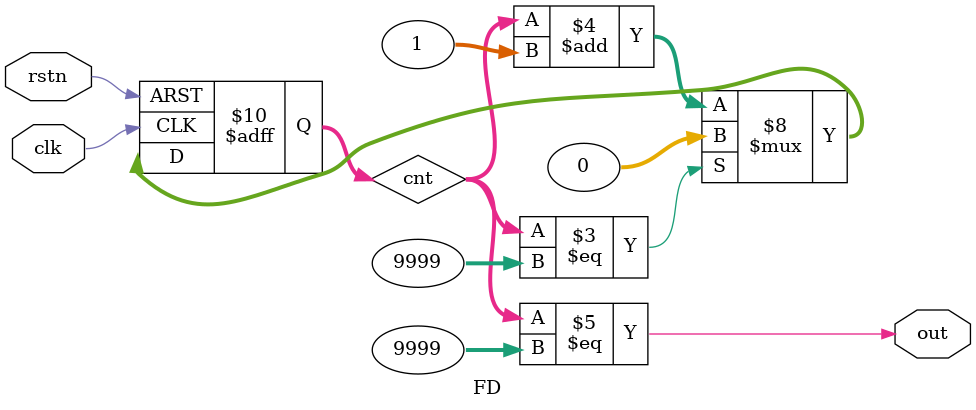
<source format=v>
`timescale 1ns / 1ps


module FD(
    input clk,
    input rstn,
    output out
    );
    parameter N=10000;
   // reg [17:0] cnt;
   integer cnt=0;
    always @(posedge clk or negedge rstn) begin
    if (~rstn)  cnt <= 0;
    else if (cnt == (N-1))  cnt <= 0;
    else  cnt <= cnt + 1;
/*
  if (rst)  cnt <= N-1;
  else if (cnt == 0)  cnt <= N - 1;
  else  cnt <= cnt - 1;
*/
    end
    /*always @(posedge clk or negedge rstn) begin
    if (~rstn)  out <= 0;
    else if (cnt == (N-2))  out <= 1;
    else  out <= 0;
    end
    */
    assign out = (cnt == (N-1));
endmodule

</source>
